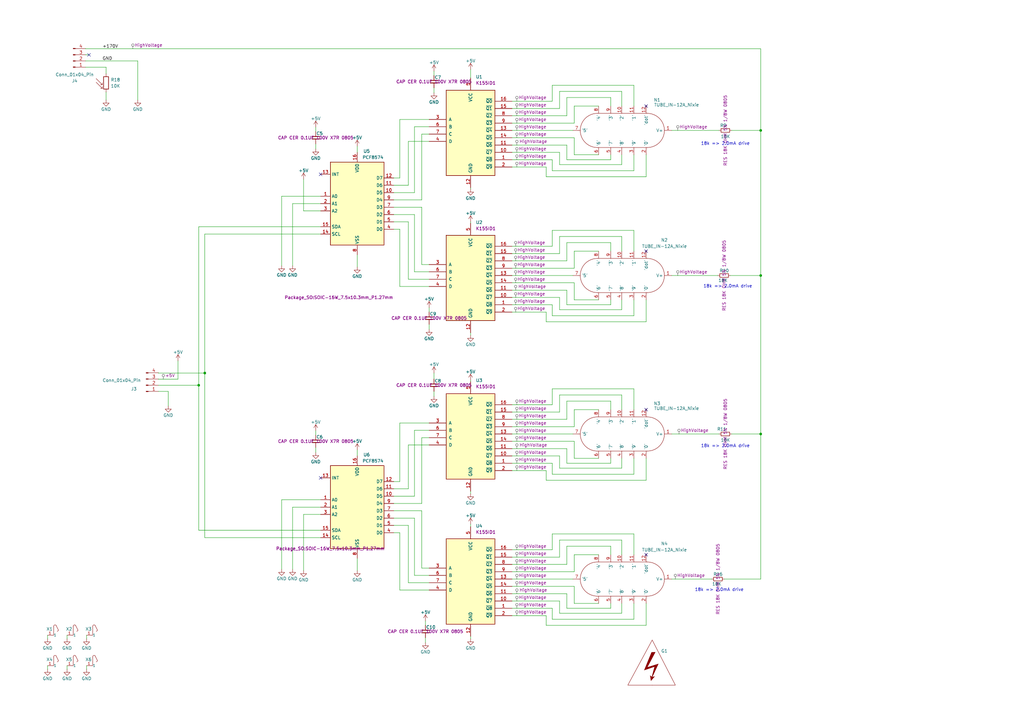
<source format=kicad_sch>
(kicad_sch (version 20250114) (generator "eeschema") (generator_version "9.0")
  (paper "A3")
  (title_block (title "Nixie Tube Panel") (date "2025-06-06") (rev "01") (company "Terminal Curiosity"))
  (lib_symbols
    (symbol "Connector:Conn_01x04_Pin" (pin_names (offset 1.016) (hide yes))
      (property "Reference" "J" (at 0 5.08 0))
      (property "Value" "Conn_01x04_Pin" (at 0 -7.62 0))
      (symbol "Conn_01x04_Pin_1_1"
        (rectangle (start 0.8636 2.667) (end 0 2.413) (stroke (width 0.1524)) (fill (type outline)))
        (rectangle (start 0.8636 0.127) (end 0 -0.127) (stroke (width 0.1524)) (fill (type outline)))
        (rectangle (start 0.8636 -2.413) (end 0 -2.667) (stroke (width 0.1524)) (fill (type outline)))
        (rectangle (start 0.8636 -4.953) (end 0 -5.207) (stroke (width 0.1524)) (fill (type outline)))
        (polyline (pts (xy 1.27 2.54) (xy 0.8636 2.54)) (stroke (width 0.1524)))
        (polyline (pts (xy 1.27 0) (xy 0.8636 0)) (stroke (width 0.1524)))
        (polyline (pts (xy 1.27 -2.54) (xy 0.8636 -2.54)) (stroke (width 0.1524)))
        (polyline (pts (xy 1.27 -5.08) (xy 0.8636 -5.08)) (stroke (width 0.1524)))
        (pin passive line (at 5.08 2.54 180) (length 3.81) (name "Pin_1") (number "1"))
        (pin passive line (at 5.08 0 180) (length 3.81) (name "Pin_2") (number "2"))
        (pin passive line (at 5.08 -2.54 180) (length 3.81) (name "Pin_3") (number "3"))
        (pin passive line (at 5.08 -5.08 180) (length 3.81) (name "Pin_4") (number "4"))
      )
    )
    (symbol "Device:C_Small" (pin_numbers (hide yes)) (pin_names (offset 0.254) (hide yes))
      (property "Reference" "C" (at 0.254 1.778 0))
      (property "Value" "C_Small" (at 0.254 -2.032 0))
      (symbol "C_Small_0_1"
        (polyline (pts (xy -1.524 0.508) (xy 1.524 0.508)) (stroke (width 0.3048)))
        (polyline (pts (xy -1.524 -0.508) (xy 1.524 -0.508)) (stroke (width 0.3302)))
      )
      (symbol "C_Small_1_1"
        (pin passive line (at 0 2.54 270) (length 2.032) (name "~") (number "1"))
        (pin passive line (at 0 -2.54 90) (length 2.032) (name "~") (number "2"))
      )
    )
    (symbol "Device:R_Small" (pin_numbers (hide yes)) (pin_names (offset 0.254) (hide yes))
      (property "Reference" "R" (at 0.762 0.508 0))
      (property "Value" "R_Small" (at 0.762 -1.016 0))
      (symbol "R_Small_0_1"
        (rectangle (start -0.762 1.778) (end 0.762 -1.778) (stroke (width 0.2032)))
      )
      (symbol "R_Small_1_1"
        (pin passive line (at 0 2.54 270) (length 0.762) (name "~") (number "1"))
        (pin passive line (at 0 -2.54 90) (length 0.762) (name "~") (number "2"))
      )
    )
    (symbol "Sensor_Optical:LDR07" (pin_numbers (hide yes)) (pin_names (offset 0))
      (property "Reference" "R" (at -5.08 0 90))
      (property "Value" "LDR07" (at 1.905 0 90))
      (symbol "LDR07_0_1"
        (polyline (pts (xy -1.524 -0.762) (xy -4.064 1.778)))
        (polyline (pts (xy -1.524 -0.762) (xy -2.286 -0.762)))
        (polyline (pts (xy -1.524 -0.762) (xy -1.524 0)))
        (polyline (pts (xy -1.524 -2.286) (xy -4.064 0.254)))
        (polyline (pts (xy -1.524 -2.286) (xy -2.286 -2.286)))
        (polyline (pts (xy -1.524 -2.286) (xy -1.524 -1.524)))
        (rectangle (start -1.016 2.54) (end 1.016 -2.54) (stroke (width 0.254)))
      )
      (symbol "LDR07_1_1"
        (pin passive line (at 0 3.81 270) (length 1.27) (name "~") (number "1"))
        (pin passive line (at 0 -3.81 90) (length 1.27) (name "~") (number "2"))
      )
    )
    (symbol "TerminalCuriositySymbols:CONN_Batt-contact-spring-SMD-3.5mmX3.5mm"
      (property "Reference" "X?" (at 1 2.5 0))
      (symbol "CONN_Batt-contact-spring-SMD-3.5mmX3.5mm_0_1"
        (polyline (pts (xy 2 0) (xy 2.5 0) (xy 2.5 3.5)))
        (bezier (pts (xy 2.5 3.5) (xy 2.5 4) (xy 3 4.5) (xy 3.5 4)))
        (polyline (pts (xy 3.5 4) (xy 4.5 2) (xy 4 1.5)))
      )
      (symbol "CONN_Batt-contact-spring-SMD-3.5mmX3.5mm_1_1"
        (pin unspecified line (at 0 0 0) (length 2.0066) (name "1") (number "1"))
      )
    )
    (symbol "TerminalCuriositySymbols:IC_K155ID1_TUBE_DRIVER" (pin_names (offset 1.016))
      (property "Reference" "U?" (at 1 36 0))
      (property "SNAPEDA_PN" "K155ID1" (at -46.14 -2.54 0))
      (symbol "IC_K155ID1_TUBE_DRIVER_0_1"
        (rectangle (start 0 35) (end 20 0) (stroke (width 0.254)) (fill (type background)))
      )
      (symbol "IC_K155ID1_TUBE_DRIVER_1_0"
        (pin power_in line (at 10 40 270) (length 5) (name "VCC") (number "5"))
        (pin power_in line (at 10 -5 90) (length 5) (name "GND") (number "12"))
      )
      (symbol "IC_K155ID1_TUBE_DRIVER_1_1"
        (pin input line (at -7 23 0) (length 7) (name "A") (number "3"))
        (pin input line (at -7 20 0) (length 7) (name "B") (number "6"))
        (pin input line (at -7 17 0) (length 7) (name "C") (number "7"))
        (pin input line (at -7 14 0) (length 7) (name "D") (number "4"))
        (pin open_collector line (at 27 30.5 180) (length 7) (name "~{Q0}") (number "16"))
        (pin open_collector line (at 27 27.5 180) (length 7) (name "~{Q1}") (number "15"))
        (pin open_collector line (at 27 24.5 180) (length 7) (name "~{Q2}") (number "8"))
        (pin open_collector line (at 27 21.5 180) (length 7) (name "~{Q3}") (number "9"))
        (pin open_collector line (at 27 18.5 180) (length 7) (name "~{Q4}") (number "13"))
        (pin open_collector line (at 27 15.5 180) (length 7) (name "~{Q5}") (number "14"))
        (pin open_collector line (at 27 12.5 180) (length 7) (name "~{Q6}") (number "11"))
        (pin open_collector line (at 27 9.5 180) (length 7) (name "~{Q7}") (number "10"))
        (pin open_collector line (at 27 6.5 180) (length 7) (name "~{Q8}") (number "1"))
        (pin open_collector line (at 27 3.5 180) (length 7) (name "~{Q9}") (number "2"))
      )
    )
    (symbol "TerminalCuriositySymbols:IC_PCF8574"
      (property "Reference" "U?" (at 1.5 35.5 0))
      (property "Value" "PCF8574" (at 0 0 0))
      (symbol "IC_PCF8574_0_1"
        (rectangle (start 0 34) (end 22 0) (stroke (width 0.254)) (fill (type background)))
      )
      (symbol "IC_PCF8574_1_1"
        (pin input line (at -4 29 0) (length 4) (name "INT") (number "13"))
        (pin input line (at -4 20 0) (length 4) (name "A0") (number "1"))
        (pin input line (at -4 17 0) (length 4) (name "A1") (number "2"))
        (pin input line (at -4 14 0) (length 4) (name "A2") (number "3"))
        (pin bidirectional line (at -4 7.5 0) (length 4) (name "SDA") (number "15"))
        (pin bidirectional line (at -4 4.5 0) (length 4) (name "SCL") (number "14"))
        (pin power_in line (at 11 38 270) (length 4) (name "VDD") (number "16"))
        (pin power_in line (at 11 -4 90) (length 3.81) (name "VSS") (number "8"))
        (pin tri_state line (at 26 27.5 180) (length 4) (name "D7") (number "12"))
        (pin tri_state line (at 26 24.5 180) (length 4) (name "D6") (number "11"))
        (pin tri_state line (at 26 21.5 180) (length 4) (name "D5") (number "10"))
        (pin tri_state line (at 26 18.5 180) (length 4) (name "D4") (number "9"))
        (pin tri_state line (at 26 15.5 180) (length 4) (name "D3") (number "7"))
        (pin tri_state line (at 26 12.5 180) (length 4) (name "D2") (number "6"))
        (pin tri_state line (at 26 9.5 180) (length 4) (name "D1") (number "5"))
        (pin tri_state line (at 26 6.5 180) (length 4) (name "D0") (number "4"))
      )
    )
    (symbol "TerminalCuriositySymbols:LABEL_HVWarning" (pin_names (offset 1.016)) (in_bom no)
      (symbol "LABEL_HVWarning_0_1"
        (polyline (pts (xy 0 0) (xy -10 0) (xy 0 18.5)))
        (polyline (pts (xy 0 0) (xy 9.5 0) (xy 0 18.5)))
      )
      (symbol "LABEL_HVWarning_1_0"
        (polyline (pts (xy -1.9312 7.3804) (xy 2.6158 8.7866) (xy -0.5719 1.9424) (xy 0.9283 7.5209) (xy -3.3377 6.068) (xy -0.2905 13.5213) (xy 1.3502 13.5681) (xy -1.9312 7.3804)) (stroke (width -0.0001)) (fill (type outline)))
        (polyline (pts (xy -0.0564 3.349) (xy 1.1156 3.6304) (xy -0.5251 1.7083) (xy -0.9001 4.0054) (xy -0.0564 3.349)) (stroke (width -0.0001)) (fill (type outline)))
      )
    )
    (symbol "TerminalCuriositySymbols:TUBE_IN-12A_Nixie"
      (property "Reference" "N?" (at 14.4635 10.1315 0))
      (property "Value" "TUBE_IN-12A_Nixie" (at 22 8 0))
      (symbol "TUBE_IN-12A_Nixie_0_1"
        (arc (start -10.5 -7) (mid -17.5 0) (end -10.5 7))
        (polyline (pts (xy -10.5 -7) (xy 10 -7)))
        (polyline (pts (xy 10 7) (xy -10.5 7)))
        (arc (start 10 7) (mid 17 0) (end 10 -7))
        (arc (start 17.78 0) (mid 17.78 0) (end 17.78 0))
      )
      (symbol "TUBE_IN-12A_Nixie_1_0"
        (pin power_in line (at -20.5 0 0) (length 3) (name "V+") (number "1"))
        (pin open_collector line (at -10 10 270) (length 3) (name "'0'") (number "2"))
        (pin no_connect line (at -10 -10 90) (length 3) (name "'dot'") (number "12"))
        (pin open_collector line (at -5 10 270) (length 3) (name "'9'") (number "3"))
        (pin open_collector line (at -5 -10 90) (length 3) (name "'1'") (number "11"))
        (pin open_collector line (at 0 10 270) (length 3) (name "'8'") (number "4"))
        (pin open_collector line (at 0 -10 90) (length 3) (name "'2'") (number "10"))
        (pin open_collector line (at 4.5 10 270) (length 3) (name "'7'") (number "5"))
        (pin open_collector line (at 4.5 -10 90) (length 3) (name "'3'") (number "9"))
        (pin open_collector line (at 9.5 10 270) (length 3) (name "'6'") (number "6"))
        (pin open_collector line (at 9.5 -10 90) (length 3) (name "'4'") (number "8"))
        (pin open_collector line (at 20 0 180) (length 3) (name "'5'") (number "7"))
      )
    )
    (symbol "power:+5V" (power) (pin_names (offset 0))
      (property "Value" "+5V" (at 0 3.556 0))
      (symbol "+5V_0_1"
        (polyline (pts (xy -0.762 1.27) (xy 0 2.54)))
        (polyline (pts (xy 0 2.54) (xy 0.762 1.27)))
        (polyline (pts (xy 0 0) (xy 0 2.54)))
      )
      (symbol "+5V_1_1"
        (pin power_in line (at 0 0 90) (length 0) (hide yes) (name "+5V") (number "1"))
      )
    )
    (symbol "power:GND" (power) (pin_names (offset 0))
      (property "Value" "GND" (at 0 -3.81 0))
      (symbol "GND_0_1"
        (polyline (pts (xy 0 0) (xy 0 -1.27) (xy 1.27 -1.27) (xy 0 -2.54) (xy -1.27 -1.27) (xy 0 -1.27)))
      )
      (symbol "GND_1_1"
        (pin power_in line (at 0 0 270) (length 0) (hide yes) (name "GND") (number "1"))
      )
    )
  )
  (text "18k => 2.0mA drive\n" (at 297.5 59 0) (effects (font (size 1.27 1.27))))
  (text "18k => 2.0mA drive\n" (at 297.5 183 0) (effects (font (size 1.27 1.27))))
  (text "18k => 2.0mA drive\n" (at 295 242 0) (effects (font (size 1.27 1.27))))
  (text "18k => 2.0mA drive\n" (at 298.5 117.5 0) (effects (font (size 1.27 1.27))))
  (junction (at 312 113))
  (junction (at 81.5 158))
  (junction (at 312 53.5))
  (junction (at 312 178))
  (junction (at 84 153))
  (no_connect (at 131.5 71.5))
  (no_connect (at 265 43.5))
  (no_connect (at 265 168))
  (no_connect (at 131.5 196))
  (no_connect (at 36.5 22.5))
  (no_connect (at 265 103))
  (no_connect (at 265 227.5))
  (wire (pts (xy 174.5 254.682) (xy 174.5 256.46)))
  (wire (pts (xy 226.5 190) (xy 210 190)))
  (wire (pts (xy 167.5 239) (xy 176 239)))
  (wire (pts (xy 210 187) (xy 229.5 187)))
  (wire (pts (xy 232.5 99.5) (xy 250.5 99.5)))
  (wire (pts (xy 210 41.5) (xy 226.5 41.5)))
  (wire (pts (xy 210 110) (xy 235.5 110)))
  (wire (pts (xy 224 193) (xy 224 197)))
  (wire (pts (xy 210 234.5) (xy 235.5 234.5)))
  (wire (pts (xy 210 172) (xy 232.5 172)))
  (wire (pts (xy 84 153) (xy 84 220.5)))
  (wire (pts (xy 164 218.5) (xy 161.5 218.5)))
  (wire (pts (xy 226.5 225.5) (xy 226.5 219)))
  (wire (pts (xy 115.5 205) (xy 115.5 233.5)))
  (wire (pts (xy 275.5 178) (xy 294.96 178)))
  (wire (pts (xy 312 178) (xy 312 237.5)))
  (wire (pts (xy 229.5 62.5) (xy 229.5 67.5)))
  (wire (pts (xy 193 215) (xy 193 216)))
  (wire (pts (xy 167.5 91) (xy 167.5 114.5)))
  (wire (pts (xy 226.5 219) (xy 260 219)))
  (wire (pts (xy 19.5 260.5) (xy 19.5 262)))
  (wire (pts (xy 124.5 73.5) (xy 124.5 86.5)))
  (wire (pts (xy 161.5 200.5) (xy 167.5 200.5)))
  (wire (pts (xy 235.5 188) (xy 245.5 188)))
  (wire (pts (xy 81.5 158) (xy 81.5 217.5)))
  (wire (pts (xy 164 49) (xy 176 49)))
  (wire (pts (xy 210 68.5) (xy 224 68.5)))
  (wire (pts (xy 124.5 86.5) (xy 131.5 86.5)))
  (wire (pts (xy 250.5 99.5) (xy 250.5 103)))
  (wire (pts (xy 250.5 65.5) (xy 232.5 65.5)))
  (wire (pts (xy 173 85) (xy 173 108.5)))
  (wire (pts (xy 250.5 190) (xy 232.5 190)))
  (wire (pts (xy 210 128) (xy 224 128)))
  (wire (pts (xy 69 160.54) (xy 65 160.54)))
  (wire (pts (xy 176 117.5) (xy 164 117.5)))
  (wire (pts (xy 73 148) (xy 73 155.5)))
  (wire (pts (xy 232.5 164.5) (xy 250.5 164.5)))
  (wire (pts (xy 178 153) (xy 178 155.46)))
  (wire (pts (xy 232.5 125) (xy 232.5 119)))
  (wire (pts (xy 173 55) (xy 173 82)))
  (wire (pts (xy 250.5 164.5) (xy 250.5 168)))
  (wire (pts (xy 255 67.5) (xy 255 63.5)))
  (wire (pts (xy 167.5 200.5) (xy 167.5 182.5)))
  (wire (pts (xy 176 111.5) (xy 170 111.5)))
  (wire (pts (xy 27.5 260.5) (xy 27.5 262)))
  (wire (pts (xy 164 173.5) (xy 164 197.5)))
  (wire (pts (xy 226.5 70) (xy 226.5 65.5)))
  (wire (pts (xy 300.04 178) (xy 312 178)))
  (wire (pts (xy 167.5 215.5) (xy 167.5 239)))
  (wire (pts (xy 232.5 231.5) (xy 232.5 224)))
  (wire (pts (xy 224 256.5) (xy 265 256.5)))
  (wire (pts (xy 170 52) (xy 176 52)))
  (wire (pts (xy 146.5 60) (xy 146.5 62.5)))
  (wire (pts (xy 27.5 273) (xy 27.5 274.5)))
  (wire (pts (xy 170 176.5) (xy 176 176.5)))
  (wire (pts (xy 232.5 172) (xy 232.5 164.5)))
  (wire (pts (xy 164 49) (xy 164 73)))
  (wire (pts (xy 260 254) (xy 226.5 254)))
  (wire (pts (xy 65 155.5) (xy 65 155.46)))
  (wire (pts (xy 226.5 65.5) (xy 210 65.5)))
  (wire (pts (xy 250.5 40) (xy 250.5 43.5)))
  (wire (pts (xy 260 94.5) (xy 260 103)))
  (wire (pts (xy 255 97) (xy 255 103)))
  (wire (pts (xy 229.5 104) (xy 229.5 97)))
  (wire (pts (xy 232.5 47.5) (xy 232.5 40)))
  (wire (pts (xy 164 94) (xy 161.5 94)))
  (wire (pts (xy 224 128) (xy 224 132)))
  (wire (pts (xy 161.5 82) (xy 173 82)))
  (wire (pts (xy 170 236) (xy 170 212.5)))
  (wire (pts (xy 210 166) (xy 226.5 166)))
  (wire (pts (xy 193 91) (xy 193 91.5)))
  (wire (pts (xy 193 77) (xy 193 77.5)))
  (wire (pts (xy 229.5 187) (xy 229.5 192)))
  (wire (pts (xy 224 132) (xy 265 132)))
  (wire (pts (xy 167.5 76) (xy 167.5 58)))
  (wire (pts (xy 193 136.5) (xy 193 137.5)))
  (wire (pts (xy 260 247.5) (xy 260 254)))
  (wire (pts (xy 35.5 260.5) (xy 35.5 262)))
  (wire (pts (xy 131.5 211) (xy 124.5 211)))
  (wire (pts (xy 229.5 192) (xy 255 192)))
  (wire (pts (xy 226.5 41.5) (xy 226.5 35)))
  (wire (pts (xy 170 176.5) (xy 170 203.5)))
  (wire (pts (xy 210 116) (xy 235.5 116)))
  (wire (pts (xy 224 252.5) (xy 224 256.5)))
  (wire (pts (xy 129.5 59.04) (xy 129.5 61.072)))
  (wire (pts (xy 260 70) (xy 226.5 70)))
  (wire (pts (xy 146.5 229) (xy 146.5 234)))
  (wire (pts (xy 84 220.5) (xy 131.5 220.5)))
  (wire (pts (xy 210 122) (xy 229.5 122)))
  (wire (pts (xy 164 73) (xy 161.5 73)))
  (wire (pts (xy 255 221.5) (xy 255 227.5)))
  (wire (pts (xy 146.5 104.5) (xy 146.5 109.5)))
  (wire (pts (xy 229.5 221.5) (xy 255 221.5)))
  (wire (pts (xy 235.5 56.5) (xy 235.5 63.5)))
  (wire (pts (xy 250.5 224) (xy 250.5 227.5)))
  (wire (pts (xy 210 56.5) (xy 235.5 56.5)))
  (wire (pts (xy 65 153) (xy 65 152.92)))
  (wire (pts (xy 235.5 116) (xy 235.5 123)))
  (wire (pts (xy 146.5 184.5) (xy 146.5 187)))
  (wire (pts (xy 161.5 209.5) (xy 173 209.5)))
  (wire (pts (xy 210 178) (xy 235 178)))
  (wire (pts (xy 235.5 247.5) (xy 245.5 247.5)))
  (wire (pts (xy 229.5 169) (xy 229.5 162)))
  (wire (pts (xy 250.5 63.5) (xy 250.5 65.5)))
  (wire (pts (xy 312 53.5) (xy 312 113)))
  (wire (pts (xy 232.5 59.5) (xy 210 59.5)))
  (wire (pts (xy 229.5 44.5) (xy 229.5 37.5)))
  (wire (pts (xy 176 242) (xy 164 242)))
  (wire (pts (xy 229.5 246.5) (xy 229.5 251.5)))
  (wire (pts (xy 232.5 40) (xy 250.5 40)))
  (wire (pts (xy 229.5 67.5) (xy 255 67.5)))
  (wire (pts (xy 115.5 80.5) (xy 115.5 109)))
  (wire (pts (xy 255 37.5) (xy 255 43.5)))
  (wire (pts (xy 235.5 227.5) (xy 245.5 227.5)))
  (wire (pts (xy 210 44.5) (xy 229.5 44.5)))
  (wire (pts (xy 161.5 206.5) (xy 173 206.5)))
  (wire (pts (xy 43.5 37.81) (xy 43.5 41)))
  (wire (pts (xy 226.5 194.5) (xy 226.5 190)))
  (wire (pts (xy 65 158) (xy 81.5 158)))
  (wire (pts (xy 235.5 43.5) (xy 245.5 43.5)))
  (wire (pts (xy 173 108.5) (xy 176 108.5)))
  (wire (pts (xy 170 88) (xy 161.5 88)))
  (wire (pts (xy 260 129.5) (xy 226.5 129.5)))
  (wire (pts (xy 210 169) (xy 229.5 169)))
  (wire (pts (xy 176 133.04) (xy 176 135.072)))
  (wire (pts (xy 35.08 22.5) (xy 35.08 22.46)))
  (wire (pts (xy 35.08 20) (xy 312 20)))
  (wire (pts (xy 232.5 190) (xy 232.5 184)))
  (wire (pts (xy 265 132) (xy 265 123)))
  (wire (pts (xy 265 72.5) (xy 265 63.5)))
  (wire (pts (xy 260 159.5) (xy 260 168)))
  (wire (pts (xy 193 156) (xy 193 156.5)))
  (wire (pts (xy 229.5 122) (xy 229.5 127)))
  (wire (pts (xy 210 62.5) (xy 229.5 62.5)))
  (wire (pts (xy 176 179.5) (xy 173 179.5)))
  (wire (pts (xy 260 188) (xy 260 194.5)))
  (wire (pts (xy 232.5 224) (xy 250.5 224)))
  (wire (pts (xy 229.5 37.5) (xy 255 37.5)))
  (wire (pts (xy 210 175) (xy 235.5 175)))
  (wire (pts (xy 210 107) (xy 232.5 107)))
  (wire (pts (xy 235.5 168) (xy 245.5 168)))
  (wire (pts (xy 250.5 249.5) (xy 232.5 249.5)))
  (wire (pts (xy 260 123) (xy 260 129.5)))
  (wire (pts (xy 232.5 65.5) (xy 232.5 59.5)))
  (wire (pts (xy 210 53.5) (xy 235 53.5)))
  (wire (pts (xy 235.5 50.5) (xy 235.5 43.5)))
  (wire (pts (xy 164 242) (xy 164 218.5)))
  (wire (pts (xy 73 155.5) (xy 65 155.5)))
  (wire (pts (xy 131.5 208) (xy 120 208)))
  (wire (pts (xy 226.5 254) (xy 226.5 249.5)))
  (wire (pts (xy 81.5 93) (xy 81.5 158)))
  (wire (pts (xy 193 261) (xy 193 262)))
  (wire (pts (xy 235.5 240.5) (xy 235.5 247.5)))
  (wire (pts (xy 260 194.5) (xy 226.5 194.5)))
  (wire (pts (xy 275.5 113) (xy 294.46 113)))
  (wire (pts (xy 167.5 114.5) (xy 176 114.5)))
  (wire (pts (xy 210 240.5) (xy 235.5 240.5)))
  (wire (pts (xy 229.5 127) (xy 255 127)))
  (wire (pts (xy 297 237.5) (xy 312 237.5)))
  (wire (pts (xy 255 162) (xy 255 168)))
  (wire (pts (xy 164 173.5) (xy 176 173.5)))
  (wire (pts (xy 255 127) (xy 255 123)))
  (wire (pts (xy 84 96) (xy 131.5 96)))
  (wire (pts (xy 235.5 234.5) (xy 235.5 227.5)))
  (wire (pts (xy 170 79) (xy 161.5 79)))
  (wire (pts (xy 210 237.5) (xy 235 237.5)))
  (wire (pts (xy 161.5 76) (xy 167.5 76)))
  (wire (pts (xy 260 219) (xy 260 227.5)))
  (wire (pts (xy 161.5 91) (xy 167.5 91)))
  (wire (pts (xy 255 251.5) (xy 255 247.5)))
  (wire (pts (xy 120 83.5) (xy 120 109)))
  (wire (pts (xy 226.5 249.5) (xy 210 249.5)))
  (wire (pts (xy 312 20) (xy 312 53.5)))
  (wire (pts (xy 210 50.5) (xy 235.5 50.5)))
  (wire (pts (xy 129.5 52.182) (xy 129.5 53.96)))
  (wire (pts (xy 210 231.5) (xy 232.5 231.5)))
  (wire (pts (xy 193 28.5) (xy 193 32)))
  (wire (pts (xy 275.5 237.5) (xy 291.92 237.5)))
  (wire (pts (xy 250.5 125) (xy 232.5 125)))
  (wire (pts (xy 226.5 35) (xy 260 35)))
  (wire (pts (xy 210 225.5) (xy 226.5 225.5)))
  (wire (pts (xy 84 153) (xy 65 153)))
  (wire (pts (xy 164 197.5) (xy 161.5 197.5)))
  (wire (pts (xy 232.5 119) (xy 210 119)))
  (wire (pts (xy 235.5 63.5) (xy 245.5 63.5)))
  (wire (pts (xy 224 197) (xy 265 197)))
  (wire (pts (xy 129.5 176.682) (xy 129.5 178.46)))
  (wire (pts (xy 235.5 123) (xy 245.5 123)))
  (wire (pts (xy 210 252.5) (xy 224 252.5)))
  (wire (pts (xy 170 52) (xy 170 79)))
  (wire (pts (xy 235.5 103) (xy 245.5 103)))
  (wire (pts (xy 69 166.5) (xy 69 160.54)))
  (wire (pts (xy 265 197) (xy 265 188)))
  (wire (pts (xy 56.5 25) (xy 56.5 41)))
  (wire (pts (xy 35.08 25) (xy 56.5 25)))
  (wire (pts (xy 260 63.5) (xy 260 70)))
  (wire (pts (xy 226.5 101) (xy 226.5 94.5)))
  (wire (pts (xy 174.5 261.54) (xy 174.5 263.572)))
  (wire (pts (xy 178 160.54) (xy 178 162.572)))
  (wire (pts (xy 224 68.5) (xy 224 72.5)))
  (wire (pts (xy 210 47.5) (xy 232.5 47.5)))
  (wire (pts (xy 193 201.5) (xy 193 202.5)))
  (wire (pts (xy 232.5 249.5) (xy 232.5 243.5)))
  (wire (pts (xy 265 256.5) (xy 265 247.5)))
  (wire (pts (xy 19.5 273) (xy 19.5 274.5)))
  (wire (pts (xy 312 113) (xy 312 178)))
  (wire (pts (xy 84 96) (xy 84 153)))
  (wire (pts (xy 170 111.5) (xy 170 88)))
  (wire (pts (xy 35.5 273) (xy 35.5 274.5)))
  (wire (pts (xy 210 104) (xy 229.5 104)))
  (wire (pts (xy 131.5 205) (xy 115.5 205)))
  (wire (pts (xy 176 236) (xy 170 236)))
  (wire (pts (xy 210 113) (xy 235 113)))
  (wire (pts (xy 210 193) (xy 224 193)))
  (wire (pts (xy 124.5 211) (xy 124.5 234)))
  (wire (pts (xy 226.5 159.5) (xy 260 159.5)))
  (wire (pts (xy 210 101) (xy 226.5 101)))
  (wire (pts (xy 226.5 166) (xy 226.5 159.5)))
  (wire (pts (xy 210 228.5) (xy 229.5 228.5)))
  (wire (pts (xy 229.5 228.5) (xy 229.5 221.5)))
  (wire (pts (xy 210 246.5) (xy 229.5 246.5)))
  (wire (pts (xy 129.5 183.54) (xy 129.5 185.572)))
  (wire (pts (xy 235.5 181) (xy 235.5 188)))
  (wire (pts (xy 43.5 27.54) (xy 35.08 27.54)))
  (wire (pts (xy 120 208) (xy 120 233.5)))
  (wire (pts (xy 226.5 129.5) (xy 226.5 125)))
  (wire (pts (xy 226.5 125) (xy 210 125)))
  (wire (pts (xy 235.5 110) (xy 235.5 103)))
  (wire (pts (xy 170 212.5) (xy 161.5 212.5)))
  (wire (pts (xy 36.5 22.5) (xy 35.08 22.5)))
  (wire (pts (xy 167.5 182.5) (xy 176 182.5)))
  (wire (pts (xy 260 35) (xy 260 43.5)))
  (wire (pts (xy 226.5 94.5) (xy 260 94.5)))
  (wire (pts (xy 232.5 184) (xy 210 184)))
  (wire (pts (xy 131.5 80.5) (xy 115.5 80.5)))
  (wire (pts (xy 250.5 188) (xy 250.5 190)))
  (wire (pts (xy 131.5 83.5) (xy 120 83.5)))
  (wire (pts (xy 235.5 175) (xy 235.5 168)))
  (wire (pts (xy 173 55) (xy 176 55)))
  (wire (pts (xy 178 36.04) (xy 178 38.072)))
  (wire (pts (xy 35.08 20) (xy 35.08 19.92)))
  (wire (pts (xy 167.5 58) (xy 176 58)))
  (wire (pts (xy 43.5 27.54) (xy 43.5 30.19)))
  (wire (pts (xy 224 72.5) (xy 265 72.5)))
  (wire (pts (xy 250.5 123) (xy 250.5 125)))
  (wire (pts (xy 81.5 217.5) (xy 131.5 217.5)))
  (wire (pts (xy 173 209.5) (xy 173 233)))
  (wire (pts (xy 164 117.5) (xy 164 94)))
  (wire (pts (xy 300.04 53.5) (xy 312 53.5)))
  (wire (pts (xy 255 192) (xy 255 188)))
  (wire (pts (xy 232.5 107) (xy 232.5 99.5)))
  (wire (pts (xy 275.5 53.5) (xy 294.96 53.5)))
  (wire (pts (xy 250.5 247.5) (xy 250.5 249.5)))
  (wire (pts (xy 161.5 85) (xy 173 85)))
  (wire (pts (xy 299.54 113) (xy 312 113)))
  (wire (pts (xy 173 179.5) (xy 173 206.5)))
  (wire (pts (xy 229.5 162) (xy 255 162)))
  (wire (pts (xy 170 203.5) (xy 161.5 203.5)))
  (wire (pts (xy 178 29.182) (xy 178 30.96)))
  (wire (pts (xy 232.5 243.5) (xy 210 243.5)))
  (wire (pts (xy 176 126.182) (xy 176 127.96)))
  (wire (pts (xy 229.5 97) (xy 255 97)))
  (wire (pts (xy 161.5 215.5) (xy 167.5 215.5)))
  (wire (pts (xy 229.5 251.5) (xy 255 251.5)))
  (wire (pts (xy 210 181) (xy 235.5 181)))
  (wire (pts (xy 173 233) (xy 176 233)))
  (wire (pts (xy 81.5 93) (xy 131.5 93)))
  (label "GND" (at 42 25 0))
  (label "+170V" (at 42 20 0))
  (netclass_flag "" (length 1.5) (shape round) (at 212 225.5 0) (property "Netclass" "HighVoltage" (at 212.6985 224 0) (effects (justify left))))
  (netclass_flag "" (length 1.5) (shape round) (at 212 234.5 0) (property "Netclass" "HighVoltage" (at 212.6985 233 0) (effects (justify left))))
  (netclass_flag "" (length 1.5) (shape round) (at 212 169 0) (property "Netclass" "HighVoltage" (at 212.6985 167.5 0) (effects (justify left))))
  (netclass_flag "" (length 1.5) (shape round) (at 212 193 0) (property "Netclass" "HighVoltage" (at 212.6985 191.5 0) (effects (justify left))))
  (netclass_flag "" (length 1.5) (shape round) (at 212 178 0) (property "Netclass" "HighVoltage" (at 212.6985 176.5 0) (effects (justify left))))
  (netclass_flag "" (length 1.5) (shape round) (at 212 249.5 0) (property "Netclass" "HighVoltage" (at 212.6985 248 0) (effects (justify left))))
  (netclass_flag "" (length 1.5) (shape round) (at 212 41.5 0) (property "Netclass" "HighVoltage" (at 212.6985 40 0) (effects (justify left))))
  (netclass_flag "" (length 1.5) (shape round) (at 211.5 113 0) (property "Netclass" "HighVoltage" (at 212.1985 111.5 0) (effects (justify left))))
  (netclass_flag "" (length 1.5) (shape round) (at 212 47.5 0) (property "Netclass" "HighVoltage" (at 212.6985 46 0) (effects (justify left))))
  (netclass_flag "" (length 1.5) (shape round) (at 212 175 0) (property "Netclass" "HighVoltage" (at 212.6985 173.5 0) (effects (justify left))))
  (netclass_flag "" (length 1.5) (shape round) (at 211.5 128 0) (property "Netclass" "HighVoltage" (at 212.1985 126.5 0) (effects (justify left))))
  (netclass_flag "" (length 1.5) (shape round) (at 211.5 119 0) (property "Netclass" "HighVoltage" (at 212.5 117.5 0) (effects (justify left))))
  (netclass_flag "" (length 1.5) (shape round) (at 211.5 125 0) (property "Netclass" "HighVoltage" (at 212.1985 123.5 0) (effects (justify left))))
  (netclass_flag "" (length 1.5) (shape round) (at 211.5 116 0) (property "Netclass" "HighVoltage" (at 212.1985 114.5 0) (effects (justify left))))
  (netclass_flag "" (length 1.5) (shape round) (at 67 155.5 0) (property "Netclass" "+5V" (at 67.6985 154 0) (effects (justify left))))
  (netclass_flag "" (length 1.5) (shape round) (at 212 252.5 0) (property "Netclass" "HighVoltage" (at 212.6985 251 0) (effects (justify left))))
  (netclass_flag "" (length 1.5) (shape round) (at 212 68.5 0) (property "Netclass" "HighVoltage" (at 212.6985 67 0) (effects (justify left))))
  (netclass_flag "" (length 1.5) (shape round) (at 212 237.5 0) (property "Netclass" "HighVoltage" (at 212.6985 236 0) (effects (justify left))))
  (netclass_flag "" (length 1.5) (shape round) (at 212 53.5 0) (property "Netclass" "HighVoltage" (at 212.6985 52 0) (effects (justify left))))
  (netclass_flag "" (length 1.5) (shape round) (at 211.5 101 0) (property "Netclass" "HighVoltage" (at 212.1985 99.5 0) (effects (justify left))))
  (netclass_flag "" (length 1.5) (shape round) (at 212 243.5 0) (property "Netclass" "HighVoltage" (at 213 242 0) (effects (justify left))))
  (netclass_flag "" (length 1.5) (shape round) (at 212 184 0) (property "Netclass" "HighVoltage" (at 213 182.5 0) (effects (justify left))))
  (netclass_flag "" (length 1.5) (shape round) (at 212 240.5 0) (property "Netclass" "HighVoltage" (at 212.6985 239 0) (effects (justify left))))
  (netclass_flag "" (length 1.5) (shape round) (at 212 172 0) (property "Netclass" "HighVoltage" (at 212.6985 170.5 0) (effects (justify left))))
  (netclass_flag "" (length 1.5) (shape round) (at 278 113 0) (property "Netclass" "HighVoltage" (at 278.6985 111.5 0) (effects (justify left))))
  (netclass_flag "" (length 1.5) (shape round) (at 212 231.5 0) (property "Netclass" "HighVoltage" (at 212.6985 230 0) (effects (justify left))))
  (netclass_flag "" (length 1.5) (shape round) (at 212 228.5 0) (property "Netclass" "HighVoltage" (at 212.6985 227 0) (effects (justify left))))
  (netclass_flag "" (length 1.5) (shape round) (at 212 65.5 0) (property "Netclass" "HighVoltage" (at 212.6985 64 0) (effects (justify left))))
  (netclass_flag "" (length 1.5) (shape round) (at 211.5 122 0) (property "Netclass" "HighVoltage" (at 212.1985 120.5 0) (effects (justify left))))
  (netclass_flag "" (length 1.5) (shape round) (at 212 62.5 0) (property "Netclass" "HighVoltage" (at 212.6985 61 0) (effects (justify left))))
  (netclass_flag "" (length 1.5) (shape round) (at 212 166 0) (property "Netclass" "HighVoltage" (at 212.6985 164.5 0) (effects (justify left))))
  (netclass_flag "" (length 1.5) (shape round) (at 211.5 104 0) (property "Netclass" "HighVoltage" (at 212.1985 102.5 0) (effects (justify left))))
  (netclass_flag "" (length 1.5) (shape round) (at 212 44.5 0) (property "Netclass" "HighVoltage" (at 212.6985 43 0) (effects (justify left))))
  (netclass_flag "" (length 1.5) (shape round) (at 277 237.5 0) (property "Netclass" "HighVoltage" (at 277.6985 236 0) (effects (justify left))))
  (netclass_flag "" (length 1.5) (shape round) (at 212 190 0) (property "Netclass" "HighVoltage" (at 212.6985 188.5 0) (effects (justify left))))
  (netclass_flag "" (length 1.5) (shape round) (at 212 59.5 0) (property "Netclass" "HighVoltage" (at 213 58 0) (effects (justify left))))
  (netclass_flag "" (length 1.5) (shape round) (at 278 53.5 0) (property "Netclass" "HighVoltage" (at 278.6985 52 0) (effects (justify left))))
  (netclass_flag "" (length 1.5) (shape round) (at 212 181 0) (property "Netclass" "HighVoltage" (at 212.6985 179.5 0) (effects (justify left))))
  (netclass_flag "" (length 1.5) (shape round) (at 212 50.5 0) (property "Netclass" "HighVoltage" (at 212.6985 49 0) (effects (justify left))))
  (netclass_flag "" (length 1.5) (shape round) (at 212 246.5 0) (property "Netclass" "HighVoltage" (at 212.6985 245 0) (effects (justify left))))
  (netclass_flag "" (length 1.5) (shape round) (at 212 187 0) (property "Netclass" "HighVoltage" (at 212.6985 185.5 0) (effects (justify left))))
  (netclass_flag "" (length 1.5) (shape round) (at 211.5 107 0) (property "Netclass" "HighVoltage" (at 212.1985 105.5 0) (effects (justify left))))
  (netclass_flag "" (length 1.5) (shape round) (at 278.5 178 0) (property "Netclass" "HighVoltage" (at 279.1985 176.5 0) (effects (justify left))))
  (netclass_flag "" (length 1.5) (shape round) (at 212 56.5 0) (property "Netclass" "HighVoltage" (at 212.6985 55 0) (effects (justify left))))
  (netclass_flag "" (length 1.5) (shape round) (at 211.5 110 0) (property "Netclass" "HighVoltage" (at 212.1985 108.5 0) (effects (justify left))))
  (netclass_flag "" (length 1.5) (shape round) (at 54.5 20 0) (property "Netclass" "HighVoltage" (at 55.1985 18.5 0) (effects (justify left))))
  (symbol (lib_id "power:+5V") (at 193 156 0) (unit 1)
    (property "Reference" "#PWR075" (effects (hide yes)))
    (property "Value" "+5V" (at 193 152.444 0))
  )
  (symbol (lib_id "power:GND") (at 129.5 185.572 0) (unit 1)
    (property "Reference" "#PWR066" (effects (hide yes)))
    (property "Value" "GND" (at 129.5 189.382 0))
  )
  (symbol (lib_id "power:GND") (at 146.5 109.5 0) (unit 1)
    (property "Reference" "#PWR057" (effects (hide yes)))
    (property "Value" "GND" (at 146.5 113.31 0))
  )
  (symbol (lib_id "power:GND") (at 69 166.5 0) (unit 1)
    (property "Reference" "#PWR043" (effects (hide yes)))
    (property "Value" "GND" (at 69 170.31 0))
  )
  (symbol (lib_id "power:+5V") (at 193 28.5 0) (unit 1)
    (property "Reference" "#PWR060" (effects (hide yes)))
    (property "Value" "+5V" (at 193 24.944 0))
  )
  (symbol (lib_id "TerminalCuriositySymbols:IC_K155ID1_TUBE_DRIVER") (at 183 131.5 0) (unit 1)
    (property "Reference" "U2" (at 195.1433 91.21 0) (effects (justify left)))
    (property "Value" "K155ID1" (effects (hide yes)))
    (property "Footprint" "Package_DIP:DIP-16_W7.62mm" (effects (hide yes)))
    (property "Description" "K155ID1 NIXIE TUBE DRIVER IC" (effects (hide yes)))
    (property "SNAPEDA_PN" "K155ID1" (at 195.1433 93.75 0) (effects (justify left)))
    (property "MANUFACTURER" "MSI" (effects (hide yes)))
    (property "Manufacturer" "Unknown" (effects (hide yes)))
    (property "Manufacturer PN" "Unknown" (effects (hide yes)))
    (property "Supplier" "eBay" (effects (hide yes)))
  )
  (symbol (lib_id "power:+5V") (at 146.5 184.5 0) (unit 1)
    (property "Reference" "#PWR069" (effects (hide yes)))
    (property "Value" "+5V" (at 146.5 180.944 0))
  )
  (symbol (lib_id "power:+5V") (at 193 215 0) (unit 1)
    (property "Reference" "#PWR077" (effects (hide yes)))
    (property "Value" "+5V" (at 193 211.444 0))
  )
  (symbol (lib_id "power:GND") (at 19.5 274.5 0) (unit 1)
    (property "Reference" "#PWR026" (effects (hide yes)))
    (property "Value" "GND" (at 19.5 278.31 0))
  )
  (symbol (lib_id "TerminalCuriositySymbols:CONN_Batt-contact-spring-SMD-3.5mmX3.5mm") (at 27.5 260.5 0) (unit 1)
    (property "Reference" "X2" (at 27 258 0) (effects (justify left)))
    (property "Value" "5230" (effects (hide yes)))
    (property "Footprint" "TerminalCuriosityFootprints:CONN-Batt-Spring-SMD-3.5mmX3.5mm" (effects (hide yes)))
    (property "Description" "BATT CONTACT SOLID MULTIPLE SMD" (effects (hide yes)))
    (property "Manufacturer" "Keystone Electronics" (effects (hide yes)))
    (property "Manufacturer PN" "122TR" (effects (hide yes)))
    (property "Supplier" "Digikey" (effects (hide yes)))
  )
  (symbol (lib_id "TerminalCuriositySymbols:CONN_Batt-contact-spring-SMD-3.5mmX3.5mm") (at 27.5 273 0) (unit 1)
    (property "Reference" "X5" (at 27 270.5 0) (effects (justify left)))
    (property "Value" "5230" (effects (hide yes)))
    (property "Footprint" "TerminalCuriosityFootprints:CONN-Batt-Spring-SMD-3.5mmX3.5mm" (effects (hide yes)))
    (property "Description" "BATT CONTACT SOLID MULTIPLE SMD" (effects (hide yes)))
    (property "Manufacturer" "Keystone Electronics" (effects (hide yes)))
    (property "Manufacturer PN" "122TR" (effects (hide yes)))
    (property "Supplier" "Digikey" (effects (hide yes)))
  )
  (symbol (lib_id "power:+5V") (at 176 126.182 0) (unit 1)
    (property "Reference" "#PWR058" (effects (hide yes)))
    (property "Value" "+5V" (at 176 122.626 0))
  )
  (symbol (lib_id "TerminalCuriositySymbols:TUBE_IN-12A_Nixie") (at 255 53.5 180) (unit 1)
    (property "Reference" "N1" (at 269.5 41 0))
    (property "Value" "TUBE_IN-12A_Nixie" (at 277.5 43 0))
    (property "Footprint" "TerminalCuriosityFootprints:in-12_nixie-tube-socket" (effects (hide yes)))
    (property "Description" "IN-12A Nixie tube" (effects (hide yes)))
    (property "Checked" "LP" (effects (hide yes)))
    (property "Manufacturer" "Unknown" (effects (hide yes)))
    (property "Manufacturer PN" "Unknown" (effects (hide yes)))
    (property "Supplier" "eBay" (effects (hide yes)))
  )
  (symbol (lib_id "power:+5V") (at 73 148 0) (unit 1)
    (property "Reference" "#PWR040" (effects (hide yes)))
    (property "Value" "+5V" (at 73 144.444 0))
  )
  (symbol (lib_id "power:GND") (at 120 109 0) (unit 1)
    (property "Reference" "#PWR036" (effects (hide yes)))
    (property "Value" "GND" (at 120 112.81 0))
  )
  (symbol (lib_id "TerminalCuriositySymbols:IC_K155ID1_TUBE_DRIVER") (at 183 256 0) (unit 1)
    (property "Reference" "U4" (at 195.1433 215.71 0) (effects (justify left)))
    (property "Value" "K155ID1" (effects (hide yes)))
    (property "Footprint" "Package_DIP:DIP-16_W7.62mm" (effects (hide yes)))
    (property "Description" "K155ID1 NIXIE TUBE DRIVER IC" (effects (hide yes)))
    (property "SNAPEDA_PN" "K155ID1" (at 195.1433 218.25 0) (effects (justify left)))
    (property "MANUFACTURER" "MSI" (effects (hide yes)))
    (property "Manufacturer" "Unknown" (effects (hide yes)))
    (property "Manufacturer PN" "Unknown" (effects (hide yes)))
    (property "Supplier" "eBay" (effects (hide yes)))
  )
  (symbol (lib_id "Connector:Conn_01x04_Pin") (at 30 25 0) (mirror x) (unit 1)
    (property "Reference" "J4" (at 30.635 33.15 0))
    (property "Value" "Conn_01x04_Pin" (at 30.635 30.61 0))
    (property "Footprint" "Connector_PinHeader_2.54mm:PinHeader_1x04_P2.54mm_Vertical" (effects (hide yes)))
    (property "Description" "Generic connector, single row, 01x04, script generated" (effects (hide yes)))
    (property "Manufacturer" "Wurth Elektronik" (effects (hide yes)))
    (property "Manufacturer PN" "61300411121" (effects (hide yes)))
    (property "Supplier" "Digikey" (effects (hide yes)))
  )
  (symbol (lib_id "power:GND") (at 174.5 263.572 0) (unit 1)
    (property "Reference" "#PWR072" (effects (hide yes)))
    (property "Value" "GND" (at 174.5 267.382 0))
  )
  (symbol (lib_id "Sensor_Optical:LDR07") (at 43.5 34 0) (unit 1)
    (property "Reference" "R18" (at 45.4 32.7299 0) (effects (justify left)))
    (property "Value" "10K" (at 45.4 35.2699 0) (effects (justify left)))
    (property "Footprint" "OptoDevice:R_LDR_5.1x4.3mm_P3.4mm_Vertical" (effects (hide yes)))
    (property "Datasheet" "http://www.tme.eu/de/Document/f2e3ad76a925811312d226c31da4cd7e/LDR07.pdf" (effects (hide yes)))
    (property "Description" "Light Dependent Resistor 10K 150V" (effects (hide yes)))
    (property "Manufacturer" "LDR Photoresistors" (effects (hide yes)))
    (property "Manufacturer PN" "LDR07" (effects (hide yes)))
    (property "Supplier" "Unknown" (effects (hide yes)))
  )
  (symbol (lib_id "TerminalCuriositySymbols:TUBE_IN-12A_Nixie") (at 255 113 180) (unit 1)
    (property "Reference" "N2" (at 272.5 98.46 0))
    (property "Value" "TUBE_IN-12A_Nixie" (at 272.5 101 0))
    (property "Footprint" "TerminalCuriosityFootprints:in-12_nixie-tube-socket" (effects (hide yes)))
    (property "Description" "IN-12A Nixie tube" (effects (hide yes)))
    (property "Checked" "LP" (effects (hide yes)))
    (property "Manufacturer" "Unknown" (effects (hide yes)))
    (property "Manufacturer PN" "Unknown" (effects (hide yes)))
    (property "Supplier" "eBay" (effects (hide yes)))
  )
  (symbol (lib_id "power:+5V") (at 146.5 60 0) (unit 1)
    (property "Reference" "#PWR056" (effects (hide yes)))
    (property "Value" "+5V" (at 146.5 56.444 0))
  )
  (symbol (lib_id "power:GND") (at 193 137.5 0) (unit 1)
    (property "Reference" "#PWR063" (effects (hide yes)))
    (property "Value" "GND" (at 193 141.31 0))
  )
  (symbol (lib_id "power:+5V") (at 193 91 0) (unit 1)
    (property "Reference" "#PWR062" (effects (hide yes)))
    (property "Value" "+5V" (at 193 87.444 0))
  )
  (symbol (lib_id "Device:C_Small") (at 178 33.5 0) (unit 1)
    (property "Reference" "C7" (at 178.254 31.722 0) (effects (justify left)))
    (property "Value" "100nF" (effects (hide yes)))
    (property "Footprint" "Capacitor_SMD:C_0603_1608Metric_Pad1.08x0.95mm_HandSolder" (effects (hide yes)))
    (property "Description" "CAP CER 0.1UF 100V X7R 0805" (at 178 33.5 0))
    (property "Supplier" "Digikey" (effects (hide yes)))
    (property "Manufacturer PN" "CL21B104KCFNNNE" (effects (hide yes)))
    (property "Manufacturer" "Samsung" (effects (hide yes)))
  )
  (symbol (lib_id "power:GND") (at 115.5 109 0) (unit 1)
    (property "Reference" "#PWR034" (effects (hide yes)))
    (property "Value" "GND" (at 115.5 112.81 0))
  )
  (symbol (lib_id "Device:C_Small") (at 129.5 181 0) (unit 1)
    (property "Reference" "C6" (at 129.754 179.222 0) (effects (justify left)))
    (property "Value" "100nF" (effects (hide yes)))
    (property "Footprint" "Capacitor_SMD:C_0603_1608Metric_Pad1.08x0.95mm_HandSolder" (effects (hide yes)))
    (property "Description" "CAP CER 0.1UF 100V X7R 0805" (at 129.5 181 0))
    (property "Supplier" "Digikey" (effects (hide yes)))
    (property "Manufacturer PN" "CL21B104KCFNNNE" (effects (hide yes)))
    (property "Manufacturer" "Samsung" (effects (hide yes)))
  )
  (symbol (lib_id "power:GND") (at 193 262 0) (unit 1)
    (property "Reference" "#PWR078" (effects (hide yes)))
    (property "Value" "GND" (at 193 265.81 0))
  )
  (symbol (lib_id "power:GND") (at 35.5 262 0) (unit 1)
    (property "Reference" "#PWR025" (effects (hide yes)))
    (property "Value" "GND" (at 35.5 265.81 0))
  )
  (symbol (lib_id "TerminalCuriositySymbols:LABEL_HVWarning") (at 267.5 281 0) (unit 1) (in_bom no)
    (property "Reference" "G1" (at 272.5 267 0))
    (property "Value" "LABEL_HVWarning" (effects (hide yes)))
    (property "Footprint" "TerminalCuriosityFootprints:LABEL_HVWarning" (effects (hide yes)))
    (property "Description" "HV Warning Label" (effects (hide yes)))
  )
  (symbol (lib_id "power:+5V") (at 124.5 73.5 0) (unit 1)
    (property "Reference" "#PWR067" (effects (hide yes)))
    (property "Value" "+5V" (at 124.5 69.944 0))
  )
  (symbol (lib_id "power:+5V") (at 129.5 52.182 0) (unit 1)
    (property "Reference" "#PWR038" (effects (hide yes)))
    (property "Value" "+5V" (at 129.5 48.626 0))
  )
  (symbol (lib_id "power:GND") (at 129.5 61.072 0) (unit 1)
    (property "Reference" "#PWR055" (effects (hide yes)))
    (property "Value" "GND" (at 129.5 64.882 0))
  )
  (symbol (lib_id "power:GND") (at 193 77.5 0) (unit 1)
    (property "Reference" "#PWR061" (effects (hide yes)))
    (property "Value" "GND" (at 193 81.31 0))
  )
  (symbol (lib_id "power:GND") (at 124.5 234 0) (unit 1)
    (property "Reference" "#PWR045" (effects (hide yes)))
    (property "Value" "GND" (at 124.5 237.81 0))
  )
  (symbol (lib_id "Connector:Conn_01x04_Pin") (at 59.92 158 0) (mirror x) (unit 1)
    (property "Reference" "J3" (at 54.92 159.5 0))
    (property "Value" "Conn_01x04_Pin" (at 49.92 156 0))
    (property "Footprint" "Connector_PinHeader_2.54mm:PinHeader_1x04_P2.54mm_Vertical" (effects (hide yes)))
    (property "Description" "Generic connector, single row, 01x04, script generated" (effects (hide yes)))
    (property "Manufacturer" "Wurth Elektronik" (effects (hide yes)))
    (property "Manufacturer PN" "61300411121" (effects (hide yes)))
    (property "Supplier" "Digikey" (effects (hide yes)))
  )
  (symbol (lib_id "power:GND") (at 146.5 234 0) (unit 1)
    (property "Reference" "#PWR070" (effects (hide yes)))
    (property "Value" "GND" (at 146.5 237.81 0))
  )
  (symbol (lib_id "power:GND") (at 19.5 262 0) (unit 1)
    (property "Reference" "#PWR023" (effects (hide yes)))
    (property "Value" "GND" (at 19.5 265.81 0))
  )
  (symbol (lib_id "Device:R_Small") (at 294.46 237.5 90) (unit 1)
    (property "Reference" "R16" (at 296.46 235.5 90) (effects (justify left)))
    (property "Value" "18K" (at 295.96 239.5 90) (effects (justify left)))
    (property "Footprint" "Resistor_SMD:R_0805_2012Metric_Pad1.20x1.40mm_HandSolder" (effects (hide yes)))
    (property "Description" "RES 18K OHM 5% 1/8W 0805" (at 294.46 237.5 0))
    (property "Manufacturer" "YAGEO" (effects (hide yes)))
    (property "Manufacturer PN" "RC0805JR-0718KL" (effects (hide yes)))
    (property "Supplier" "Digikey" (effects (hide yes)))
  )
  (symbol (lib_id "power:GND") (at 56.5 41 0) (unit 1)
    (property "Reference" "#PWR041" (effects (hide yes)))
    (property "Value" "GND" (at 56.5 44.81 0))
  )
  (symbol (lib_id "power:+5V") (at 178 153 0) (unit 1)
    (property "Reference" "#PWR073" (effects (hide yes)))
    (property "Value" "+5V" (at 178 149.444 0))
  )
  (symbol (lib_id "power:+5V") (at 178 29.182 0) (unit 1)
    (property "Reference" "#PWR064" (effects (hide yes)))
    (property "Value" "+5V" (at 178 25.626 0))
  )
  (symbol (lib_id "Device:C_Small") (at 178 158 0) (unit 1)
    (property "Reference" "C8" (at 178.254 156.222 0) (effects (justify left)))
    (property "Value" "100nF" (effects (hide yes)))
    (property "Footprint" "Capacitor_SMD:C_0603_1608Metric_Pad1.08x0.95mm_HandSolder" (effects (hide yes)))
    (property "Description" "CAP CER 0.1UF 100V X7R 0805" (at 178 158 0))
    (property "Supplier" "Digikey" (effects (hide yes)))
    (property "Manufacturer PN" "CL21B104KCFNNNE" (effects (hide yes)))
    (property "Manufacturer" "Samsung" (effects (hide yes)))
  )
  (symbol (lib_id "power:GND") (at 27.5 274.5 0) (unit 1)
    (property "Reference" "#PWR027" (effects (hide yes)))
    (property "Value" "GND" (at 27.5 278.31 0))
  )
  (symbol (lib_id "Device:C_Small") (at 176 130.5 0) (unit 1)
    (property "Reference" "C9" (at 176.254 128.722 0) (effects (justify left)))
    (property "Value" "100nF" (effects (hide yes)))
    (property "Footprint" "Capacitor_SMD:C_0603_1608Metric_Pad1.08x0.95mm_HandSolder" (effects (hide yes)))
    (property "Description" "CAP CER 0.1UF 100V X7R 0805" (at 176 130.5 0))
    (property "Supplier" "Digikey" (effects (hide yes)))
    (property "Manufacturer PN" "CL21B104KCFNNNE" (effects (hide yes)))
    (property "Manufacturer" "Samsung" (effects (hide yes)))
  )
  (symbol (lib_id "Device:R_Small") (at 297.5 178 90) (unit 1)
    (property "Reference" "R11" (at 298 176 90) (effects (justify left)))
    (property "Value" "18K" (at 299.5 180.5 90) (effects (justify left)))
    (property "Footprint" "Resistor_SMD:R_0805_2012Metric_Pad1.20x1.40mm_HandSolder" (effects (hide yes)))
    (property "Description" "RES 18K OHM 5% 1/8W 0805" (at 297.5 178 0))
    (property "Manufacturer" "YAGEO" (effects (hide yes)))
    (property "Manufacturer PN" "RC0805JR-0718KL" (effects (hide yes)))
    (property "Supplier" "Digikey" (effects (hide yes)))
  )
  (symbol (lib_id "TerminalCuriositySymbols:CONN_Batt-contact-spring-SMD-3.5mmX3.5mm") (at 35.5 260.5 0) (unit 1)
    (property "Reference" "X3" (at 35 258 0) (effects (justify left)))
    (property "Value" "5230" (effects (hide yes)))
    (property "Footprint" "TerminalCuriosityFootprints:CONN-Batt-Spring-SMD-3.5mmX3.5mm" (effects (hide yes)))
    (property "Description" "BATT CONTACT SOLID MULTIPLE SMD" (effects (hide yes)))
    (property "Manufacturer" "Keystone Electronics" (effects (hide yes)))
    (property "Manufacturer PN" "122TR" (effects (hide yes)))
    (property "Supplier" "Digikey" (effects (hide yes)))
  )
  (symbol (lib_id "TerminalCuriositySymbols:CONN_Batt-contact-spring-SMD-3.5mmX3.5mm") (at 19.5 273 0) (unit 1)
    (property "Reference" "X4" (at 19 270.5 0) (effects (justify left)))
    (property "Value" "5230" (effects (hide yes)))
    (property "Footprint" "TerminalCuriosityFootprints:CONN-Batt-Spring-SMD-3.5mmX3.5mm" (effects (hide yes)))
    (property "Description" "BATT CONTACT SOLID MULTIPLE SMD" (effects (hide yes)))
    (property "Manufacturer" "Keystone Electronics" (effects (hide yes)))
    (property "Manufacturer PN" "122TR" (effects (hide yes)))
    (property "Supplier" "Digikey" (effects (hide yes)))
  )
  (symbol (lib_id "TerminalCuriositySymbols:CONN_Batt-contact-spring-SMD-3.5mmX3.5mm") (at 19.5 260.5 0) (unit 1)
    (property "Reference" "X1" (at 19 258 0) (effects (justify left)))
    (property "Value" "5230" (effects (hide yes)))
    (property "Footprint" "TerminalCuriosityFootprints:CONN-Batt-Spring-SMD-3.5mmX3.5mm" (effects (hide yes)))
    (property "Description" "BATT CONTACT SOLID MULTIPLE SMD" (effects (hide yes)))
    (property "Manufacturer" "Keystone Electronics" (effects (hide yes)))
    (property "Manufacturer PN" "122TR" (effects (hide yes)))
    (property "Supplier" "Digikey" (effects (hide yes)))
  )
  (symbol (lib_id "power:GND") (at 27.5 262 0) (unit 1)
    (property "Reference" "#PWR024" (effects (hide yes)))
    (property "Value" "GND" (at 27.5 265.81 0))
  )
  (symbol (lib_id "power:GND") (at 43.5 41 0) (unit 1)
    (property "Reference" "#PWR044" (effects (hide yes)))
    (property "Value" "GND" (at 43.5 44.81 0))
  )
  (symbol (lib_id "power:GND") (at 120 233.5 0) (unit 1)
    (property "Reference" "#PWR037" (effects (hide yes)))
    (property "Value" "GND" (at 120 237.31 0))
  )
  (symbol (lib_id "TerminalCuriositySymbols:CONN_Batt-contact-spring-SMD-3.5mmX3.5mm") (at 35.5 273 0) (unit 1)
    (property "Reference" "X6" (at 35 270.5 0) (effects (justify left)))
    (property "Value" "5230" (effects (hide yes)))
    (property "Footprint" "TerminalCuriosityFootprints:CONN-Batt-Spring-SMD-3.5mmX3.5mm" (effects (hide yes)))
    (property "Description" "BATT CONTACT SOLID MULTIPLE SMD" (effects (hide yes)))
    (property "Manufacturer" "Keystone Electronics" (effects (hide yes)))
    (property "Manufacturer PN" "122TR" (effects (hide yes)))
    (property "Supplier" "Digikey" (effects (hide yes)))
  )
  (symbol (lib_id "Device:C_Small") (at 174.5 259 0) (unit 1)
    (property "Reference" "C10" (at 174.754 257.222 0) (effects (justify left)))
    (property "Value" "100nF" (effects (hide yes)))
    (property "Footprint" "Capacitor_SMD:C_0603_1608Metric_Pad1.08x0.95mm_HandSolder" (effects (hide yes)))
    (property "Description" "CAP CER 0.1UF 100V X7R 0805" (at 174.5 259 0))
    (property "Supplier" "Digikey" (effects (hide yes)))
    (property "Manufacturer PN" "CL21B104KCFNNNE" (effects (hide yes)))
    (property "Manufacturer" "Samsung" (effects (hide yes)))
  )
  (symbol (lib_id "power:GND") (at 115.5 233.5 0) (unit 1)
    (property "Reference" "#PWR035" (effects (hide yes)))
    (property "Value" "GND" (at 115.5 237.31 0))
  )
  (symbol (lib_id "Device:C_Small") (at 129.5 56.5 0) (unit 1)
    (property "Reference" "C5" (at 129.754 54.722 0) (effects (justify left)))
    (property "Value" "100nF" (effects (hide yes)))
    (property "Footprint" "Capacitor_SMD:C_0603_1608Metric_Pad1.08x0.95mm_HandSolder" (effects (hide yes)))
    (property "Description" "CAP CER 0.1UF 100V X7R 0805" (at 129.5 56.5 0))
    (property "Supplier" "Digikey" (effects (hide yes)))
    (property "Manufacturer PN" "CL21B104KCFNNNE" (effects (hide yes)))
    (property "Manufacturer" "Samsung" (effects (hide yes)))
  )
  (symbol (lib_id "power:+5V") (at 174.5 254.682 0) (unit 1)
    (property "Reference" "#PWR071" (effects (hide yes)))
    (property "Value" "+5V" (at 174.5 251.126 0))
  )
  (symbol (lib_id "power:GND") (at 176 135.072 0) (unit 1)
    (property "Reference" "#PWR059" (effects (hide yes)))
    (property "Value" "GND" (at 176 138.882 0))
  )
  (symbol (lib_id "TerminalCuriositySymbols:IC_PCF8574") (at 135.5 100.5 0) (unit 1)
    (property "Reference" "U5" (at 149 62 0) (effects (justify left)))
    (property "Value" "PCF8574" (at 148.6433 64.54 0) (effects (justify left)))
    (property "Footprint" "Package_SO:SOIC-16W_7.5x10.3mm_P1.27mm" (at 139 122 0))
    (property "Description" "PCF8574 8BIT I2C PORT EXPANDER" (effects (hide yes)))
    (property "Manufacturer" "Texas Instruments" (effects (hide yes)))
    (property "Manufacturer PN" "PCF8574ADWR" (effects (hide yes)))
    (property "Supplier" "Digikey" (effects (hide yes)))
  )
  (symbol (lib_id "TerminalCuriositySymbols:IC_K155ID1_TUBE_DRIVER") (at 183 196.5 0) (unit 1)
    (property "Reference" "U3" (at 195.1433 156.02 0) (effects (justify left)))
    (property "Value" "K155ID1" (effects (hide yes)))
    (property "Footprint" "Package_DIP:DIP-16_W7.62mm" (effects (hide yes)))
    (property "Description" "K155ID1 NIXIE TUBE DRIVER IC" (effects (hide yes)))
    (property "SNAPEDA_PN" "K155ID1" (at 195.1433 158.56 0) (effects (justify left)))
    (property "MANUFACTURER" "MSI" (effects (hide yes)))
    (property "Manufacturer" "Unknown" (effects (hide yes)))
    (property "Manufacturer PN" "Unknown" (effects (hide yes)))
    (property "Supplier" "eBay" (effects (hide yes)))
  )
  (symbol (lib_id "power:+5V") (at 129.5 176.682 0) (unit 1)
    (property "Reference" "#PWR039" (effects (hide yes)))
    (property "Value" "+5V" (at 129.5 173.126 0))
  )
  (symbol (lib_id "Device:R_Small") (at 297.5 53.5 90) (unit 1)
    (property "Reference" "R9" (at 298 51.5 90) (effects (justify left)))
    (property "Value" "18K" (at 299.5 56 90) (effects (justify left)))
    (property "Footprint" "Resistor_SMD:R_0805_2012Metric_Pad1.20x1.40mm_HandSolder" (effects (hide yes)))
    (property "Description" "RES 18K OHM 5% 1/8W 0805" (at 297.5 53.5 0))
    (property "Manufacturer" "YAGEO" (effects (hide yes)))
    (property "Manufacturer PN" "RC0805JR-0718KL" (effects (hide yes)))
    (property "Supplier" "Digikey" (effects (hide yes)))
  )
  (symbol (lib_id "power:GND") (at 193 202.5 0) (unit 1)
    (property "Reference" "#PWR076" (effects (hide yes)))
    (property "Value" "GND" (at 193 206.31 0))
  )
  (symbol (lib_id "power:GND") (at 178 162.572 0) (unit 1)
    (property "Reference" "#PWR074" (effects (hide yes)))
    (property "Value" "GND" (at 178 166.382 0))
  )
  (symbol (lib_id "TerminalCuriositySymbols:TUBE_IN-12A_Nixie") (at 255 178 180) (unit 1)
    (property "Reference" "N3" (at 269.5 165.5 0))
    (property "Value" "TUBE_IN-12A_Nixie" (at 277.5 167.5 0))
    (property "Footprint" "TerminalCuriosityFootprints:in-12_nixie-tube-socket" (effects (hide yes)))
    (property "Description" "IN-12A Nixie tube" (effects (hide yes)))
    (property "Checked" "LP" (effects (hide yes)))
    (property "Manufacturer" "Unknown" (effects (hide yes)))
    (property "Manufacturer PN" "Unknown" (effects (hide yes)))
    (property "Supplier" "eBay" (effects (hide yes)))
  )
  (symbol (lib_id "Device:R_Small") (at 297 113 90) (unit 1)
    (property "Reference" "R10" (at 299 111 90) (effects (justify left)))
    (property "Value" "18K" (at 298.5 115 90) (effects (justify left)))
    (property "Footprint" "Resistor_SMD:R_0805_2012Metric_Pad1.20x1.40mm_HandSolder" (effects (hide yes)))
    (property "Description" "RES 18K OHM 5% 1/8W 0805" (at 297 113 0))
    (property "Manufacturer" "YAGEO" (effects (hide yes)))
    (property "Manufacturer PN" "RC0805JR-0718KL" (effects (hide yes)))
    (property "Supplier" "Digikey" (effects (hide yes)))
  )
  (symbol (lib_id "power:GND") (at 178 38.072 0) (unit 1)
    (property "Reference" "#PWR065" (effects (hide yes)))
    (property "Value" "GND" (at 178 41.882 0))
  )
  (symbol (lib_id "TerminalCuriositySymbols:IC_K155ID1_TUBE_DRIVER") (at 183 72 0) (unit 1)
    (property "Reference" "U1" (at 195.1433 31.52 0) (effects (justify left)))
    (property "Value" "K155ID1" (effects (hide yes)))
    (property "Footprint" "Package_DIP:DIP-16_W7.62mm" (effects (hide yes)))
    (property "Description" "K155ID1 NIXIE TUBE DRIVER IC" (effects (hide yes)))
    (property "SNAPEDA_PN" "K155ID1" (at 195.1433 34.06 0) (effects (justify left)))
    (property "Manufacturer" "Unknown" (effects (hide yes)))
    (property "Manufacturer PN" "Unknown" (effects (hide yes)))
    (property "Supplier" "eBay" (effects (hide yes)))
  )
  (symbol (lib_id "TerminalCuriositySymbols:IC_PCF8574") (at 135.5 225 0) (unit 1)
    (property "Reference" "U6" (at 149 186.5 0) (effects (justify left)))
    (property "Value" "PCF8574" (at 148.6433 189.04 0) (effects (justify left)))
    (property "Footprint" "Package_SO:SOIC-16W_7.5x10.3mm_P1.27mm" (at 135.5 225 0))
    (property "Description" "PCF8574 8BIT I2C PORT EXPANDER" (effects (hide yes)))
    (property "Manufacturer" "Texas Instruments" (effects (hide yes)))
    (property "Manufacturer PN" "PCF8574ADWR" (effects (hide yes)))
    (property "Supplier" "Digikey" (effects (hide yes)))
  )
  (symbol (lib_id "TerminalCuriositySymbols:TUBE_IN-12A_Nixie") (at 255 237.5 180) (unit 1)
    (property "Reference" "N4" (at 272.5 222.96 0))
    (property "Value" "TUBE_IN-12A_Nixie" (at 272.5 225.5 0))
    (property "Footprint" "TerminalCuriosityFootprints:in-12_nixie-tube-socket" (effects (hide yes)))
    (property "Description" "IN-12A Nixie tube" (effects (hide yes)))
    (property "Checked" "LP" (effects (hide yes)))
    (property "Manufacturer" "Unknown" (effects (hide yes)))
    (property "Manufacturer PN" "Unknown" (effects (hide yes)))
    (property "Supplier" "eBay" (effects (hide yes)))
  )
  (symbol (lib_id "power:GND") (at 35.5 274.5 0) (unit 1)
    (property "Reference" "#PWR028" (effects (hide yes)))
    (property "Value" "GND" (at 35.5 278.31 0))
  )
)
</source>
